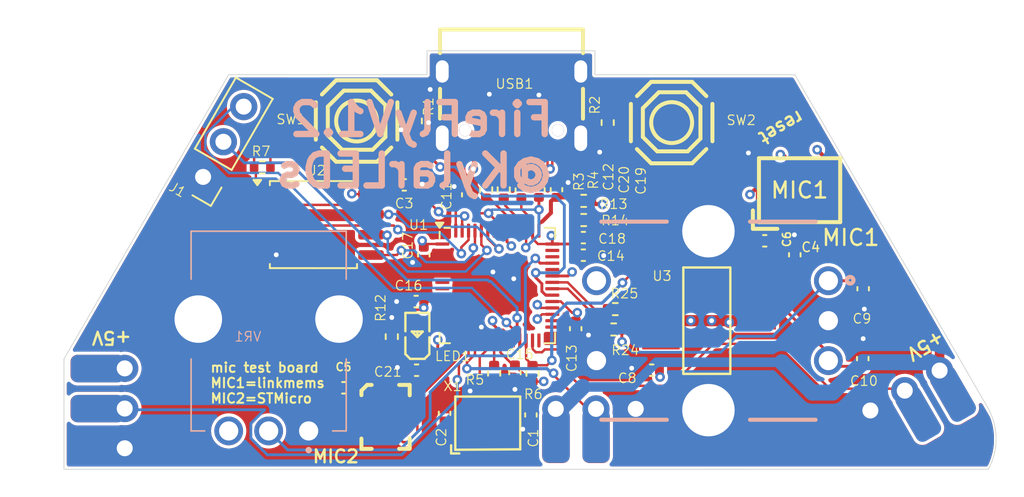
<source format=kicad_pcb>
(kicad_pcb (version 20240108) (generator "pcbnew") (generator_version "8.0")
  (layers (0 "F.Cu" signal) (1 "In1.Cu" signal) (2 "In2.Cu" signal) (31 "B.Cu" signal) (34 "B.Paste" user) (35 "F.Paste" user) (36 "B.SilkS" user "B.Silkscreen") (37 "F.SilkS" user "F.Silkscreen") (38 "B.Mask" user) (39 "F.Mask" user) (44 "Edge.Cuts" user))
  (net 0 "")
  (net 1 "BOARD_ID_0")
  (net 2 "Net-(X1-OSC2)")
  (net 6 "XIN")
  (net 7 "3V3")
  (net 8 "+5V")
  (net 9 "PDM_CLK")
  (net 10 "PDM_DATA")
  (net 12 "PDM_DATA_ST")
  (net 13 "PDM_CLK_ST")
  (net 14 "/A")
  (net 15 "/B")
  (net 16 "Net-(U1-VREG_VOUT)")
  (net 17 "SWCLK")
  (net 18 "SWDIO")
  (net 20 "LED_OUT_1")
  (net 21 "LED_OUT_2")
  (net 22 "LED_OUT_3")
  (net 23 "Net-(LED1-K)")
  (net 27 "Net-(USB1-CC2)")
  (net 28 "Net-(USB1-CC1)")
  (net 29 "Net-(U1-USB_DP)")
  (net 32 "USB_DP")
  (net 33 "USB_DM")
  (net 34 "Net-(U1-USB_DM)")
  (net 35 "XOUT")
  (net 36 "QSPI_SS")
  (net 37 "Net-(SW1-B)")
  (net 38 "ENC_A")
  (net 39 "ENC_B")
  (net 40 "BUTTON")
  (net 42 "QSPI_SD3")
  (net 43 "QSPI_SP0")
  (net 44 "QSPI_SD2")
  (net 45 "POT_ADC")
  (net 46 "QSPI_CLK")
  (net 47 "ENC_SW")
  (net 48 "QSPI_SP1")
  (net 51 "STATUS_LED")
  (net 53 "ADC_VREF")
  (net 54 "Net-(SW2-D)")
  (footprint "easyeda2kicad:SW-SMD_4P-L5.1-W5.1-P3.70-LS6.5-TL-2" (layer "F.Cu") (at 225 97.5 180)
    (property "Reference" "SW2")
    (property "Value" "TS-1187A-B-A-B")
  )
  (footprint "Resistor_SMD:R_0402_1005Metric" (layer "F.Cu") (at 199.4 100.3)
    (property "Reference" "R7")
    (property "Value" "1K")
  )
  (footprint "Package_SO:SOIC-8_5.23x5.23mm_P1.27mm" (layer "F.Cu") (at 202.6 103.885)
    (property "Reference" "U2")
    (property "Value" "W25Q32JVSS")
  )
  (footprint "Capacitor_SMD:C_0402_1005Metric" (layer "F.Cu") (at 215.6 101.72 90)
    (property "Reference" "C12")
    (property "Value" "1uF")
  )
  (footprint "Resistor_SMD:R_0402_1005Metric" (layer "F.Cu") (at 219.5 102.4 180)
    (property "Reference" "R13")
    (property "Value" "220")
  )
  (footprint "Capacitor_SMD:C_0402_1005Metric" (layer "F.Cu") (at 217.8 101.7 90)
    (property "Reference" "C19")
    (property "Value" "2.2uF")
  )
  (footprint "easyeda2kicad:LGA-6_L4.7-W3.8-P1.65_LMD4737T" (layer "F.Cu") (at 233 101.73)
    (property "Reference" "MIC1")
    (property "Value" "LMD4737T263-OY1")
  )
  (footprint "Capacitor_SMD:C_0402_1005Metric" (layer "F.Cu") (at 223.755 113 180)
    (property "Reference" "C8")
    (property "Value" "10uF")
  )
  (footprint "easyeda2kicad:LED0603-RD" (layer "F.Cu") (at 209.1 110.8 90)
    (property "Reference" "LED1")
    (property "Value" "KT-0603R")
  )
  (footprint "Resistor_SMD:R_0402_1005Metric" (layer "F.Cu") (at 219.5 103.6 180)
    (property "Reference" "R14")
    (property "Value" "0")
  )
  (footprint "Capacitor_SMD:C_0402_1005Metric" (layer "F.Cu") (at 219.48 104.7)
    (property "Reference" "C18")
    (property "Value" "100nF")
  )
  (footprint "Capacitor_SMD:C_0402_1005Metric" (layer "F.Cu") (at 208.28 101.4 180)
    (property "Reference" "C3")
    (property "Value" "10uF")
  )
  (footprint "Resistor_SMD:R_0402_1005Metric" (layer "F.Cu") (at 213.4 101.7 -90)
    (property "Reference" "R3")
    (property "Value" "22")
  )
  (footprint "easyeda2kicad:OSC-SMD_4P-L3.2-W2.5-BL" (layer "F.Cu") (at 213.5 116.3)
    (property "Reference" "X1")
    (property "Value" "X322512MSB4SI")
  )
  (footprint "Resistor_SMD:R_0402_1005Metric" (layer "F.Cu") (at 207.5 110.9 -90)
    (property "Reference" "R12")
    (property "Value" "220")
  )
  (footprint "Capacitor_SMD:C_0402_1005Metric" (layer "F.Cu") (at 215.2 113.15 -90)
    (property "Reference" "C15")
    (property "Value" "100nF")
  )
  (footprint "Resistor_SMD:R_0402_1005Metric" (layer "F.Cu") (at 213.9 113.19 90)
    (property "Reference" "R5")
    (property "Value" "1K")
  )
  (footprint "Capacitor_SMD:C_0402_1005Metric" (layer "F.Cu") (at 236.975 107.9 -90)
    (property "Reference" "C9")
    (property "Value" "0.1uF")
  )
  (footprint "mouser:ledstrip_3pin_withpins" (layer "F.Cu") (at 241.340511 117.301414 120)
    (property "Reference" "LEDS3" (hide yes))
    (property "Value" "ledstrip_3pin_10mm" (hide yes))
  )
  (footprint "Resistor_SMD:R_0402_1005Metric" (layer "F.Cu") (at 209 97.4 90)
    (property "Reference" "R1")
    (property "Value" "5.1K")
  )
  (footprint "Capacitor_SMD:C_0402_1005Metric" (layer "F.Cu") (at 216.2 115.8 90)
    (property "Reference" "C1")
    (property "Value" "15pF")
  )
  (footprint "Package_DFN_QFN:QFN-56-1EP_7x7mm_P0.4mm_EP3.2x3.2mm" (layer "F.Cu") (at 214.1 107.7)
    (property "Reference" "U1")
    (property "Value" "RP2040")
  )
  (footprint "Resistor_SMD:R_0402_1005Metric" (layer "F.Cu") (at 216.3 113.2 90)
    (property "Reference" "R6")
    (property "Value" "10K")
  )
  (footprint "Capacitor_SMD:C_0402_1005Metric" (layer "F.Cu") (at 212.25 102.02 90)
    (property "Reference" "C11")
    (property "Value" "1uF")
  )
  (footprint "Capacitor_SMD:C_0402_1005Metric" (layer "F.Cu") (at 209.02 108.7 180)
    (property "Reference" "C16")
    (property "Value" "100nF")
  )
  (footprint "easyeda2kicad:SOT-223-3_L6.5-W3.4-P2.30-LS7.0-BR" (layer "F.Cu") (at 227.3 109.9)
    (property "Reference" "U3")
    (property "Value" "AMS1117-3.3")
  )
  (footprint "Capacitor_SMD:C_0402_1005Metric" (layer "F.Cu") (at 232.7 105.775 90)
    (property "Reference" "C4")
    (property "Value" "10uF")
  )
  (footprint "Resistor_SMD:R_0402_1005Metric" (layer "F.Cu") (at 214.5 101.7 -90)
    (property "Reference" "R4")
    (property "Value" "22")
  )
  (footprint "Capacitor_SMD:C_0402_1005Metric" (layer "F.Cu") (at 219 110.4 -90)
    (property "Reference" "C13")
    (property "Value" "100nF")
  )
  (footprint "easyeda2kicad:MIC-SMD_5P-L3.0-W4.0-P0.85-BL" (layer "F.Cu") (at 207.1 115.92 -90)
    (property "Reference" "MIC2")
    (property "Value" "MP34DT05TR-A")
  )
  (footprint "Resistor_SMD:R_0402_1005Metric" (layer "F.Cu") (at 221.375 110.45)
    (property "Reference" "R24")
    (property "Value" "10k")
  )
  (footprint "Resistor_SMD:R_0402_1005Metric" (layer "F.Cu") (at 221 97.5 -90)
    (property "Reference" "R2")
    (property "Value" "5.1K")
  )
  (footprint "Capacitor_SMD:C_0402_1005Metric" (layer "F.Cu") (at 219.48 105.8)
    (property "Reference" "C14")
    (property "Value" "100nF")
  )
  (footprint "Capacitor_SMD:C_0402_1005Metric" (layer "F.Cu") (at 210.8 115.7 -90)
    (property "Reference" "C2")
    (property "Value" "15pF")
  )
  (footprint "easyeda2kicad:USB-C_SMD-TYPE-C-31-M-12" (layer "F.Cu") (at 214.9865 96.77 180)
    (property "Reference" "USB1")
    (property "Value" "USB-TYPE-C-018")
  )
  (footprint "Capacitor_SMD:C_0402_1005Metric" (layer "F.Cu") (at 230.82 104.9 180)
    (property "Reference" "C6")
    (property "Value" "100nF")
  )
  (footprint "Resistor_SMD:R_0402_1005Metric" (layer "F.Cu") (at 221.475 109.175)
    (property "Reference" "R25")
    (property "Value" "10k")
  )
  (footprint "Capacitor_SMD:C_0402_1005Metric" (layer "F.Cu") (at 204.5 114.1)
    (property "Reference" "C5")
    (property "Value" "100nF")
  )
  (footprint "Connector_PinHeader_2.54mm:PinHeader_1x03_P2.54mm_Vertical" (layer "F.Cu") (at 195.7 100.9 150)
    (property "Reference" "J1")
    (property "Value" "Conn_01x03")
  )
  (footprint "Capacitor_SMD:C_0402_1005Metric" (layer "F.Cu") (at 216.7 101.7 90)
    (property "Reference" "C20")
    (property "Value" "100nF")
  )
  (footprint "easyeda2kicad:SW-SMD_4P-L5.1-W5.1-P3.70-LS6.5-TL-2" (layer "F.Cu") (at 205.3 97.4 180)
    (property "Reference" "SW1")
    (property "Value" "TS-1187A-B-A-B")
  )
  (footprint "Capacitor_SMD:C_0402_1005Metric" (layer "F.Cu") (at 209.5 105.78 -90)
    (property "Reference" "C17")
    (property "Value" "100nF")
  )
  (footprint "Capacitor_SMD:C_0402_1005Metric" (layer "F.Cu") (at 209.05 113 180)
    (property "Reference" "C21")
    (property "Value" "100nF")
  )
  (footprint "Capacitor_SMD:C_0402_1005Metric" (layer "F.Cu") (at 236.95 112.275 -90)
    (property "Reference" "C10")
    (property "Value" "0.1uF")
  )
  (footprint "mouser:ledstrip_3pin_withpins" (layer "B.Cu") (at 220.25549 118.921351 90)
    (property "Reference" "LEDS2" (hide yes))
    (property "Value" "ledstrip_3pin_10mm" (hide yes))
  )
  (footprint "mouser:PEC12R-4XXXF-SXXXX_court" (layer "B.Cu") (at 227.3 109.9 -90)
    (property "Reference" "U7" (hide yes))
    (property "Value" "PEC12R-4215F-S0024" (hide yes))
  )
  (footprint "mouser:ledstrip_3pin_withpins" (layer "B.Cu") (at 187.3 115.385)
    (property "Reference" "LEDS1" (hide yes))
    (property "Value" "ledstrip_3pin_10mm" (hide yes))
  )
  (footprint "mouser:PTV09A4020FB103" (layer "B.Cu") (at 199.8 111.2 180)
    (property "Reference" "VR1")
    (property "Value" "PTV09A-4020F-B104" (hide yes))
  )
  (gr_line (start 187 112.3) (end 197.3 94.5) (stroke (width 0.05)) (layer "Edge.Cuts"))
  (gr_arc (start 244.8 115.4) (mid 245.288097 117.300175) (end 244.801193 119.200655) (stroke (width 0.05)) (layer "Edge.Cuts"))
  (gr_line (start 187 119.201414) (end 187 112.3) (stroke (width 0.05)) (layer "Edge.Cuts"))
  (gr_line (start 244.801193 119.200655) (end 187 119.201414) (stroke (width 0.05)) (layer "Edge.Cuts"))
  (gr_line (start 220.2 93) (end 220.2 94.5) (stroke (width 0.05)) (layer "Edge.Cuts"))
  (gr_line (start 232.7 94.5) (end 244.8 115.4) (stroke (width 0.05)) (layer "Edge.Cuts"))
  (gr_line (start 209.7 93) (end 220.2 93) (stroke (width 0.05)) (layer "Edge.Cuts"))
  (gr_line (start 197.3 94.5) (end 209.7 94.5) (stroke (width 0.05)) (layer "Edge.Cuts"))
  (gr_line (start 209.7 94.5) (end 209.7 93) (stroke (width 0.05)) (layer "Edge.Cuts"))
  (gr_line (start 220.2 94.5) (end 232.7 94.5) (stroke (width 0.05)) (layer "Edge.Cuts"))
  (gr_text "FireFlyV1.2\n@KylarLEDs" (at 217.8 101.7 0) (layer "B.SilkS") (effects (font (size 2 2) (thickness 0.4) (bold yes)) (justify left bottom mirror)))
  (gr_text "MIC1" (at 236.2 104.7 0) (layer "F.SilkS") (effects (font (size 1 1))))
  (gr_text "reset" (at 233 96.6 210) (layer "F.SilkS") (effects (font (size 0.8 0.8) (thickness 0.15) (bold yes)) (justify left bottom)))
  (gr_text "mic test board\nMIC1=linkmems\nMIC2=STMicro" (at 196.1 113.8 0) (layer "F.SilkS") (effects (font (size 0.6 0.6) (thickness 0.12) (bold yes)) (justify left)))
  (gr_text "+5V" (at 241.8 110.4 -150) (layer "F.SilkS") (effects (font (size 0.8 0.8) (thickness 0.15) (bold yes)) (justify left bottom)))
  (gr_text "+5V" (at 191.3 110.5 180) (layer "F.SilkS") (effects (font (size 0.8 0.8) (thickness 0.15) (bold yes)) (justify left bottom)))
  (segment (start 207.085 115.92) (end 206.68 116.325) (width 0.1524) (layer "F.Cu") (net 1))
  (segment (start 206.14 117.64) (end 205.9 117.4) (width 0.1524) (layer "F.Cu") (net 1))
  (segment (start 219.96 104.8) (end 219.96 105.8) (width 0.254) (layer "F.Cu") (net 1))
  (segment (start 223.275 113) (end 222.625 113) (width 0.254) (layer "F.Cu") (net 1))
  (segment (start 220.1865 99.35) (end 219.3165 98.48) (width 0.1524) (layer "F.Cu") (net 1))
  (segment (start 233 104.2) (end 233 102.9) (width 0.1524) (layer "F.Cu") (net 1))
  (segment (start 212.2 115.22) (end 212.4 115.42) (width 0.1524) (layer "F.Cu") (net 1))
  (segment (start 215.2 113.66) (end 215.2 114.2) (width 0.1524) (layer "F.Cu") (net 1))
  (segment (start 215.6 101.24) (end 216.68 101.24) (width 0.254) (layer "F.Cu") (net 1))
  (segment (start 214.67 117.18) (end 215.2 117.18) (width 0.1524) (layer "F.Cu") (net 1))
  (segment (start 231.35 102.9) (end 233 102.9) (width 0.1524) (layer "F.Cu") (net 1))
  (segment (start 229.75 99.35) (end 229.8 99.4) (width 0.1524) (layer "F.Cu") (net 1))
  (segment (start 212.47 115.42) (end 212.47 114.37) (width 0.1524) (layer "F.Cu") (net 1))
  (segment (start 204.02 114.42) (end 204.5 114.9) (width 0.1524) (layer "F.Cu") (net 1))
  (segment (start 220.9 98.01) (end 219.7865 98.01) (width 0.1524) (layer "F.Cu") (net 1))
  (segment (start 236.975 108.38) (end 236.975 109.1) (width 0.1778) (layer "F.Cu") (net 1))
  (segment (start 205.9 117.4) (end 205.9 117.2) (width 0.1524) (layer "F.Cu") (net 1))
  (segment (start 211.9365 99.24) (end 211.4165 99.24) (width 0.1524) (layer "F.Cu") (net 1))
  (segment (start 212.25 101.54) (end 211.44 101.54) (width 0.1524) (layer "F.Cu") (net 1))
  (segment (start 207.1 113.575) (end 207.85 112.825) (width 0.1524) (layer "F.Cu") (net 1))
  (segment (start 236.95 111.795) (end 236.95 111.05) (width 0.1778) (layer "F.Cu") (net 1))
  (segment (start 237 111.795) (end 236.695 111.795) (width 0.1778) (layer "F.Cu") (net 1))
  (segment (start 208.54 108.7) (end 207.8 108.7) (width 0.1524) (layer "F.Cu") (net 1))
  (segment (start 236.95 111.05) (end 236.975 111.025) (width 0.1778) (layer "F.Cu") (net 1))
  (segment (start 231.3 104.9) (end 231.3 102.95) (width 0.1524) (layer "F.Cu") (net 1))
  (segment (start 205.87 115.92) (end 203.18 115.92) (width 0.1524) (layer "F.Cu") (net 1))
  (segment (start 210.6625 106.7) (end 210.6625 107.1) (width 0.1524) (layer "F.Cu") (net 1))
  (segment (start 200.26 105.79) (end 200.275 105.775) (width 0.1524) (layer "F.Cu") (net 1))
  (segment (start 218.5565 99.24) (end 219.3165 98.48) (width 0.1778) (layer "F.Cu") (net 1))
  (segment (start 210.8 115.22) (end 212.2 115.22) (width 0.1524) (layer "F.Cu") (net 1))
  (segment (start 220.5 99.35) (end 220.1865 99.35) (width 0.1524) (layer "F.Cu") (net 1))
  (segment (start 210.6625 106.3) (end 209.54 106.3) (width 0.1524) (layer "F.Cu") (net 1))
  (segment (start 209.54 106.3) (end 209.5 106.26) (width 0.1524) (layer "F.Cu") (net 1))
  (segment (start 207.1 114.2) (end 207.1 113.575) (width 0.1524) (layer "F.Cu") (net 1))
  (segment (start 236.975 109.1) (end 237.05 109.175) (width 0.1778) (layer "F.Cu") (net 1))
  (segment (start 227.3 115.5) (end 227.3 115.17) (width 0.7) (layer "F.Cu") (net 1))
  (segment (start 210.6625 105.5) (end 210.6625 106.7) (width 0.1524) (layer "F.Cu") (net 1))
  (segment (start 218.525 101.25) (end 217.73 101.25) (width 0.254) (layer "F.Cu") (net 1))
  (segment (start 208.33 115.92) (end 207.085 115.92) (width 0.1524) (layer "F.Cu") (net 1))
  (segment (start 219.96 105.8) (end 220.725 105.8) (width 0.254) (layer "F.Cu") (net 1))
  (segment (start 209.5 106.26) (end 208.81 106.26) (width 0.1524) (layer "F.Cu") (net 1))
  (segment (start 209.775 95.55) (end 209.9 95.425) (width 0.1778) (layer "F.Cu") (net 1))
  (segment (start 204.02 114.1) (end 204.02 114.42) (width 0.1524) (layer "F.Cu") (net 1))
  (segment (start 232.675 104.525) (end 233 104.2) (width 0.1524) (layer "F.Cu") (net 1))
  (segment (start 210.6625 105.9) (end 210.6625 105.5) (width 0.1524) (layer "F.Cu") (net 1))
  (segment (start 213.1 111.1375) (end 213.1 110.3) (width 0.1524) (layer "F.Cu") (net 1))
  (segment (start 219 110.88) (end 219.72 110.88) (width 0.2) (layer "F.Cu") (net 1))
  (segment (start 199 105.79) (end 200.26 105.79) (width 0.1524) (layer "F.Cu") (net 1))
  (segment (start 231.3 102.95) (end 231.35 102.9) (width 0.1524) (layer "F.Cu") (net 1))
  (segment (start 227.196351 115.396351) (end 227.3 115.5) (width 0.7) (layer "F.Cu") (net 1))
  (segment (start 203.18 115.92) (end 202.3 116.8) (width 0.1524) (layer "F.Cu") (net 1))
  (segment (start 205.9 117.2) (end 205.87 117.17) (width 0.1524) (layer "F.Cu") (net 1))
  (segment (start 211.44 101.54) (end 211.4 101.5) (width 0.1524) (layer "F.Cu") (net 1))
  (segment (start 215.2 117.18) (end 216.1 116.28) (width 0.1524) (layer "F.Cu") (net 1))
  (segment (start 207.5 109.7) (end 207.5 110.39) (width 0.1778) (layer "F.Cu") (net 1))
  (segment (start 207.85 112.825) (end 208.125 113.1) (width 0.1778) (layer "F.Cu") (net 1))
  (segment (start 232.675 104.525) (end 232.7 104.55) (width 0.1524) (layer "F.Cu") (net 1))
  (segment (start 233 102.9) (end 234.65 102.9) (width 0.1524) (layer "F.Cu") (net 1))
  (segment (start 222.625 113) (end 222.5 112.875) (width 0.254) (layer "F.Cu") (net 1))
  (segment (start 208.115 97.91) (end 208.075 97.95) (width 0.1524) (layer "F.Cu") (net 1))
  (segment (start 209 97.91) (end 208.115 97.91) (width 0.1524) (layer "F.Cu") (net 1))
  (segment (start 216.68 101.24) (end 216.7 101.22) (width 0.254) (layer "F.Cu") (net 1))
  (segment (start 204.5 114.9) (end 205.9 114.9) (width 0.1524) (layer "F.Cu") (net 1))
  (segment (start 209 97.91) (end 210.0865 97.91) (width 0.1524) (layer "F.Cu") (net 1))
  (segment (start 206.68 117.22) (end 207.1 117.64) (width 0.1524) (layer "F.Cu") (net 1))
  (segment (start 210.6625 106.3) (end 210.6625 105.9) (width 0.1524) (layer "F.Cu") (net 1))
  (segment (start 206.68 116.6) (end 206.68 117.22) (width 0.1524) (layer "F.Cu") (net 1))
  (segment (start 232.7 104.55) (end 232.7 105.295) (width 0.1524) (layer "F.Cu") (net 1))
  (segment (start 228.02 99.63) (end 228.3 99.35) (width 0.1524) (layer "F.Cu") (net 1))
  (segment (start 211.6365 99.24) (end 211.4165 99.24) (width 0.1778) (layer "F.Cu") (net 1))
  (segment (start 227.3 115.17) (end 230.27 112.2) (width 0.7) (layer "F.Cu") (net 1))
  (segment (start 228.3 99.35) (end 229.75 99.35) (width 0.1524) (layer "F.Cu") (net 1))
  (segment (start 208.125 113.1) (end 208.57 113.1) (width 0.1778) (layer "F.Cu") (net 1))
  (segment (start 206.68 116.325) (end 206.68 116.6) (width 0.1524) (layer "F.Cu") (net 1))
  (segment (start 210.0865 97.91) (end 210.6565 98.48) (width 0.1524) (layer "F.Cu") (net 1))
  (segment (start 207.1 117.64) (end 206.14 117.64) (width 0.1524) (layer "F.Cu") (net 1))
  (segment (start 208.76 101.4) (end 209.35 101.4) (width 0.1524) (layer "F.Cu") (net 1))
  (segment (start 212.47 114.37) (end 212.4 114.3) (width 0.1524) (layer "F.Cu") (net 1))
  (segment (start 223.0875 115.396351) (end 227.196351 115.396351) (width 0.7) (layer "F.Cu") (net 1))
  (segment (start 205.87 117.17) (end 205.87 115.92) (width 0.1524) (layer "F.Cu") (net 1))
  (segment (start 209.35 101.4) (end 209.4 101.35) (width 0.1524) (layer "F.Cu") (net 1))
  (segment (start 208.81 106.26) (end 208.8 106.25) (width 0.1524) (layer "F.Cu") (net 1))
  (segment (start 217.73 101.25) (end 217.7 101.22) (width 0.254) (layer "F.Cu") (net 1))
  (segment (start 208.6 95.55) (end 209.775 95.55) (width 0.1778) (layer "F.Cu") (net 1))
  (segment (start 220.725 105.8) (end 220.75 105.825) (width 0.254) (layer "F.Cu") (net 1))
  (segment (start 219.7865 98.01) (end 219.3165 98.48) (width 0.1524) (layer "F.Cu") (net 1))
  (segment (start 211.4165 99.24) (end 210.6565 98.48) (width 0.1778) (layer "F.Cu") (net 1))
  (segment (start 221.7 99.35) (end 220.5 99.35) (width 0.1778) (layer "F.Cu") (net 1))
  (segment (start 216.7 101.22) (end 217.7 101.22) (width 0.254) (layer "F.Cu") (net 1))
  (segment (start 218.3365 99.24) (end 218.5565 99.24) (width 0.1778) (layer "F.Cu") (net 1))
  (via (at 208.8 106.25) (size 0.6) (drill 0.3) (layers "F.Cu" "B.Cu") (net 1))
  (via (at 207.8 108.7) (size 0.6) (drill 0.3) (layers "F.Cu" "B.Cu") (net 1))
  (via (at 237.05 109.175) (size 0.6) (drill 0.3) (layers "F.Cu" "B.Cu") (net 1))
  (via (at 220.5 99.35) (size 0.6) (drill 0.3) (layers "F.Cu" "B.Cu") (net 1))
  (via (at 211.4 101.5) (size 0.6) (drill 0.3) (layers "F.Cu" "B.Cu") (net 1))
  (via (at 209.8 97.5) (size 0.6) (drill 0.3) (layers "F.Cu" "B.Cu") (net 1))
  (via (at 222.5 112.875) (size 0.6) (drill 0.3) (layers "F.Cu" "B.Cu") (net 1))
  (via (at 208.075 97.95) (size 0.6) (drill 0.3) (layers "F.Cu" "B.Cu") (net 1))
  (via (at 216.7 95.775) (size 0.6) (drill 0.3) (layers "F.Cu" "B.Cu") (net 1))
  (via (at 236.975 111.025) (size 0.6) (drill 0.3) (layers "F.Cu" "B.Cu") (net 1))
  (via (at 232.675 104.525) (size 0.6) (drill 0.3) (layers "F.Cu" "B.Cu") (net 1))
  (via (at 215.69 116.69) (size 0.6) (drill 0.3) (layers "F.Cu" "B.Cu") (net 1))
  (via (at 213.6 95.725) (size 0.6) (drill 0.3) (layers "F.Cu" "B.Cu") (net 1))
  (via (at 213.825 106.85) (size 0.6) (drill 0.3) (layers "F.Cu" "B.Cu") (net 1))
  (via (at 219.8 110.8) (size 0.6) (drill 0.3) (layers "F.Cu" "B.Cu") (net 1))
  (via (at 200.275 105.775) (size 0.6) (drill 0.3) (layers "F.Cu" "B.Cu") (net 1))
  (via (at 209.9 95.425) (size 0.6) (drill 0.3) (layers "F.Cu" "B.Cu") (net 1))
  (via (at 215.2 114.2) (size 0.6) (drill 0.3) (layers "F.Cu" "B.Cu") (net 1))
  (via (at 207.5 109.7) (size 0.6) (drill 0.3) (layers "F.Cu" "B.Cu") (net 1))
  (via (at 207.85 112.825) (size 0.6) (drill 0.3) (layers "F.Cu" "B.Cu") (net 1))
  (via (at 213.1 110.3) (size 0.6) (drill 0.3) (layers "F.Cu" "B.Cu") (net 1))
  (via (at 220.75 105.825) (size 0.6) (drill 0.3) (layers "F.Cu" "B.Cu") (net 1))
  (via (at 209.4 101.35) (size 0.6) (drill 0.3) (layers "F.Cu" "B.Cu") (net 1))
  (via (at 229.8 99.4) (size 0.6) (drill 0.3) (layers "F.Cu" "B.Cu") (net 1))
  (via (at 212.4 114.3) (size 0.6) (drill 0.3) (layers "F.Cu" "B.Cu") (net 1))
  (via (at 215.125 107.275) (size 0.6) (drill 0.3) (layers "F.Cu" "B.Cu") (net 1))
  (via (at 218.525 101.25) (size 0.6) (drill 0.3) (layers "F.Cu" "B.Cu") (net 1))
  (segment (start 219.72 110.88) (end 219.8 110.8) (width 0.2) (layer "B.Cu") (net 1))
  (segment (start 213.9 113.7) (end 213.9 114.65) (width 0.1524) (layer "F.Cu") (net 2))
  (segment (start 216 115.42) (end 216.1 115.32) (width 0.1524) (layer "F.Cu") (net 2))
  (segment (start 213.9 114.65) (end 214.67 115.42) (width 0.1524) (layer "F.Cu") (net 2))
  (segment (start 214.67 115.42) (end 216 115.42) (width 0.1524) (layer "F.Cu") (net 2))
  (segment (start 213.47 116.18) (end 213.47 114.27) (width 0.1524) (layer "F.Cu") (net 6))
  (segment (start 211 116.28) (end 211.57 116.28) (width 0.1524) (layer "F.Cu") (net 6))
  (segment (start 213.5 111.67136) (end 213.5 111.1375) (width 0.1524) (layer "F.Cu") (net 6))
  (segment (start 213.47 114.27) (end 213 113.8) (width 0.1524) (layer "F.Cu") (net 6))
  (segment (start 211.57 116.28) (end 212.47 117.18) (width 0.1524) (layer "F.Cu") (net 6))
  (segment (start 212.47 117.18) (end 213.47 116.18) (width 0.1524) (layer "F.Cu") (net 6))
  (segment (start 213 112.17136) (end 213.5 111.67136) (width 0.1524) (layer "F.Cu") (net 6))
  (segment (start 213 113.8) (end 213 112.17136) (width 0.1524) (layer "F.Cu") (net 6))
  (segment (start 209.7 105.1) (end 209.5 105.3) (width 0.1524) (layer "F.Cu") (net 7))
  (segment (start 228.5 109.9) (end 228.6 110) (width 0.7) (layer "F.Cu") (net 7))
  (segment (start 206.68 115.24) (end 206.68 115.08) (width 0.1524) (layer "F.Cu") (net 7))
  (segment (start 205.03 101.98) (end 205 101.95) (width 0.1524) (layer "F.Cu") (net 7))
  (segment (start 214.7 104.2625) (end 214.3 104.2625) (width 0.1778) (layer "F.Cu") (net 7))
  (segment (start 209.5 105.3) (end 209.5 105) (width 0.1524) (layer "F.Cu") (net 7))
  (segment (start 209.5 105) (end 209.4 104.9) (width 0.1524) (layer "F.Cu") (net 7))
  (segment (start 218.7 105.1) (end 219 104.8) (width 0.1778) (layer "F.Cu") (net 7))
  (segment (start 207.708433 109.1968) (end 207.724833 109.2132) (width 0.1524) (layer "F.Cu") (net 7))
  (segment (start 216.3 113.71) (end 216.99 113.71) (width 0.1524) (layer "F.Cu") (net 7))
  (segment (start 231.35 100.56) (end 231.34 100.56) (width 0.254) (layer "F.Cu") (net 7))
  (segment (start 216.3 113.71) (end 216.21 113.71) (width 0.1524) (layer "F.Cu") (net 7))
  (segment (start 204.98 114.1) (end 205.7 114.1) (width 0.1524) (layer "F.Cu") (net 7))
  (segment (start 205.7 114.1) (end 206.2468 114.6468) (width 0.1524) (layer "F.Cu") (net 7))
  (segment (start 210.6625 105.1) (end 209.7 105.1) (width 0.1524) (layer "F.Cu") (net 7))
  (segment (start 206.7 109.788367) (end 207.291567 109.1968) (width 0.1524) (layer "F.Cu") (net 7))
  (segment (start 219 104.72) (end 220.02 103.7) (width 0.254) (layer "F.Cu") (net 7))
  (segment (start 217.5375 105.1) (end 218.7 105.1) (width 0.1778) (layer "F.Cu") (net 7))
  (segment (start 216.637296 105.1) (end 217.5375 105.1) (width 0.1524) (layer "F.Cu") (net 7))
  (segment (start 231.01 100.9) (end 231.35 100.56) (width 0.1524) (layer "F.Cu") (net 7))
  (segment (start 220.65 102.6) (end 220.675 102.625) (width 0.254) (layer "F.Cu") (net 7))
  (segment (start 218.77136 109.4) (end 218.07136 108.7) (width 0.1524) (layer "F.Cu") (net 7))
  (segment (start 224.235 113.385) (end 224.235 113) (width 0.254) (layer "F.Cu") (net 7))
  (segment (start 216.21 113.71) (end 215.2 112.7) (width 0.1524) (layer "F.Cu") (net 7))
  (segment (start 218.07136 108.7) (end 217.5375 108.7) (width 0.1524) (layer "F.Cu") (net 7))
  (segment (start 228.6 110) (end 228.7 109.9) (width 0.7) (layer "F.Cu") (net 7))
  (segment (start 206.2 101.98) (end 205.03 101.98) (width 0.1524) (layer "F.Cu") (net 7))
  (segment (start 207.291567 109.1968) (end 207.708433 109.1968) (width 0.1524) (layer "F.Cu") (net 7))
  (segment (start 219.1 109.4) (end 218.77136 109.4) (width 0.1524) (layer "F.Cu") (net 7))
  (segment (start 220.02 103.7) (end 220.02 102.61) (width 0.254) (layer "F.Cu") (net 7))
  (segment (start 220.02 102.61) (end 220.01 102.6) (width 0.254) (layer "F.Cu") (net 7))
  (segment (start 228.7 109.9) (end 230.27 109.9) (width 0.7) (layer "F.Cu") (net 7))
  (segment (start 217.5375 105.1) (end 217.5375 104.6375) (width 0.1778) (layer "F.Cu") (net 7))
  (segment (start 210.6625 108.7) (end 209.5 108.7) (width 0.1524) (layer "F.Cu") (net 7))
  (segment (start 220.01 102.6) (end 220.65 102.6) (width 0.254) (layer "F.Cu") (net 7))
  (segment (start 216.3 103.6) (end 215.6 102.9) (width 0.1524) (layer "F.Cu") (net 7))
  (segment (start 207.8 101.4) (end 206.78 101.4) (width 0.1524) (layer "F.Cu") (net 7))
  (segment (start 216.3 104.762704) (end 216.637296 105.1) (width 0.1524) (layer "F.Cu") (net 7))
  (segment (start 216.3 104.2625) (end 216.3 103.6) (width 0.1524) (layer "F.Cu") (net 7))
  (segment (start 206.78 101.4) (end 206.2 101.98) (width 0.1524) (layer "F.Cu") (net 7))
  (segment (start 215.6 102.9) (end 215.6 102.38) (width 0.1524) (layer "F.Cu") (net 7))
  (segment (start 214.3 111.9) (end 215.1 112.7) (width 0.1524) (layer "F.Cu") (net 7))
  (segment (start 219 105.8) (end 219 104.8) (width 0.254) (layer "F.Cu") (net 7))
  (segment (start 216.3 104.2625) (end 216.3 104.762704) (width 0.1524) (layer "F.Cu") (net 7))
  (segment (start 206.68 115.08) (end 206.2468 114.6468) (width 0.1524) (layer "F.Cu") (net 7))
  (segment (start 214.3 111.1375) (end 214.3 111.9) (width 0.1524) (layer "F.Cu") (net 7))
  (segment (start 227.5 109.9) (end 226.2 109.9) (width 0.7) (layer "F.Cu") (net 7))
  (segment (start 217.5375 104.6375) (end 217.475 104.575) (width 0.1778) (layer "F.Cu") (net 7))
  (segment (start 214.7 104.95) (end 214.975 105.225) (width 0.1778) (layer "F.Cu") (net 7))
  (segment (start 230.34 104.9) (end 230.34 101.56) (width 0.1524) (layer "F.Cu") (net 7))
  (segment (start 209.3868 109.2132) (end 209.5 109.1) (width 0.1524) (layer "F.Cu") (net 7))
  (segment (start 230.34 101.56) (end 230.8 101.1) (width 0.1524) (layer "F.Cu") (net 7))
  (segment (start 230.8 101.1) (end 229.9 102) (width 0.254) (layer "F.Cu") (net 7))
  (segment (start 219 104.8) (end 219 104.72) (width 0.254) (layer "F.Cu") (net 7))
  (segment (start 227.5 109.9) (end 228.5 109.9) (width 0.7) (layer "F.Cu") (net 7))
  (segment (start 209.5 108.7) (end 209.5 109.1) (width 0.1524) (layer "F.Cu") (net 7))
  (segment (start 206.7 111.3) (end 206.7 109.788367) (width 0.1524) (layer "F.Cu") (net 7))
  (segment (start 224.275 113.425) (end 224.235 113.385) (width 0.254) (layer "F.Cu") (net 7))
  (segment (start 224.33 109.9) (end 226.2 109.9) (width 0.7) (layer "F.Cu") (net 7))
  (segment (start 215.1 112.7) (end 215.2 112.7) (width 0.1524) (layer "F.Cu") (net 7))
  (segment (start 206.2468 114.6468) (end 206.2468 111.7532) (width 0.1524) (layer "F.Cu") (net 7))
  (segment (start 207.724833 109.2132) (end 209.3868 109.2132) (width 0.1524) (layer "F.Cu") (net 7))
  (segment (start 216.99 113.71) (end 217 113.7) (width 0.1524) (layer "F.Cu") (net 7))
  (segment (start 206.2468 111.7532) (end 206.7 111.3) (width 0.1524) (layer "F.Cu") (net 7))
  (segment (start 214.7 104.2625) (end 214.7 104.95) (width 0.1778) (layer "F.Cu") (net 7))
  (segment (start 231.34 100.56) (end 230.8 101.1) (width 0.254) (layer "F.Cu") (net 7))
  (via (at 228.6 110) (size 0.6) (drill 0.3) (layers "F.Cu" "B.Cu") (net 7))
  (via (at 217.475 104.575) (size 0.6) (drill 0.3) (layers "F.Cu" "B.Cu") (net 7))
  (via (at 217 113.7) (size 0.6) (drill 0.3) (layers "F.Cu" "B.Cu") (net 7))
  (via (at 226.2 109.9) (size 0.6) (drill 0.3) (layers "F.Cu" "B.Cu") (net 7))
  (via (at 209.5 109.1) (size 0.6) (drill 0.3) (layers "F.Cu" "B.Cu") (net 7))
  (via (at 229.9 102) (size 0.6) (drill 0.3) (layers "F.Cu" "B.Cu") (net 7))
  (via (at 214.975 105.225) (size 0.6) (drill 0.3) (layers "F.Cu" "B.Cu") (net 7))
  (via (at 205 101.95) (size 0.6) (drill 0.3) (layers "F.Cu" "B.Cu") (net 7))
  (via (at 219.1 109.4) (size 0.6) (drill 0.3) (layers "F.Cu" "B.Cu") (net 7))
  (via (at 224.275 113.425) (size 0.6) (drill 0.3) (layers "F.Cu" "B.Cu") (net 7))
  (via (at 227.5 109.9) (size 0.6) (drill 0.3) (layers "F.Cu" "B.Cu") (net 7))
  (via (at 209.4 104.9) (size 0.6) (drill 0.3) (layers "F.Cu" "B.Cu") (net 7))
  (via (at 220.675 102.625) (size 0.6) (drill 0.3) (layers "F.Cu" "B.Cu") (net 7))
  (segment (start 217.5365 100.2635) (end 217.4 100.4) (width 0.1524) (layer "F.Cu") (net 8))
  (segment (start 212.6 99.4035) (end 212.4365 99.24) (width 0.1524) (layer "F.Cu") (net 8))
  (segment (start 232.475 107.6) (end 230.27 107.6) (width 0.6) (layer "F.Cu") (net 8))
  (segment (start 217.5365 99.24) (end 217.5365 100.2635) (width 0.1524) (layer "F.Cu") (net 8))
  (segment (start 234.220101 106) (end 232.882601 107.3375) (width 0.6) (layer "F.Cu") (net 8))
  (segment (start 232.7375 107.3375) (end 232.475 107.6) (width 0.6) (layer "F.Cu") (net 8))
  (segment (start 217.2365 100.2365) (end 217.2365 99.24) (width 0.1524) (layer "F.Cu") (net 8))
  (segment (start 212.6 100.4) (end 212.6 99.4035) (width 0.1524) (layer "F.Cu") (net 8))
  (segment (start 217.4 100.4) (end 217.2365 100.2365) (width 0.1524) (layer "F.Cu") (net 8))
  (segment (start 236.773976 106) (end 234.220101 106) (width 0.6) (layer "F.Cu") (net 8))
  (segment (start 232.882601 107.3375) (end 232.7375 107.3375) (width 0.6) (layer "F.Cu") (net 8))
  (segment (start 241.755574 111.555574) (end 237.785 107.585) (width 0.6) (layer "F.Cu") (net 8))
  (segment (start 237.785 107.011024) (end 236.773976 106) (width 0.6) (layer "F.Cu") (net 8))
  (segment (start 237.785 107.585) (end 237.785 107.011024) (width 0.6) (layer "F.Cu") (net 8))
  (segment (start 232.7375 107.3375) (end 232.7 107.3) (width 0.6) (layer "F.Cu") (net 8))
  (segment (start 232.7 107.3) (end 232.7 106.255) (width 0.6) (layer "F.Cu") (net 8))
  (segment (start 241.755574 113.020325) (end 241.755574 111.555574) (width 0.6) (layer "F.Cu") (net 8))
  (via (at 217.4 100.4) (size 0.6) (drill 0.3) (layers "F.Cu" "B.Cu") (net 8))
  (via (at 212.6 100.4) (size 0.6) (drill 0.3) (layers "F.Cu" "B.Cu") (net 8))
  (segment (start 223.95 112.6) (end 222.503649 114.046351) (width 0.6) (layer "B.Cu") (net 8))
  (segment (start 219.4375 114.046351) (end 218.0875 115.396351) (width 1) (layer "B.Cu") (net 8))
  (segment (start 236.962742 112.5) (end 235.062742 114.4) (width 1) (layer "B.Cu") (net 8))
  (segment (start 241.235249 112.5) (end 236.962742 112.5) (width 1) (layer "B.Cu") (net 8))
  (segment (start 235.062742 114.4) (end 233.8 114.4) (width 1) (layer "B.Cu") (net 8))
  (segment (start 224.05 112.5) (end 223.95 112.6) (width 0.6) (layer "B.Cu") (net 8))
  (segment (start 233.8 114.4) (end 231.9 112.5) (width 1) (layer "B.Cu") (net 8))
  (segment (start 222.503649 114.046351) (end 219.4375 114.046351) (width 0.6) (layer "B.Cu") (net 8))
  (segment (start 241.755574 113.020325) (end 241.235249 112.5) (width 1) (layer "B.Cu") (net 8))
  (segment (start 231.9 112.5) (end 224.05 112.5) (width 0.6) (layer "B.Cu") (net 8))
  (segment (start 217.5375 109.1) (end 216.8 109.1) (width 0.1524) (layer "F.Cu") (net 9))
  (segment (start 234.65 99.75) (end 234.1 99.2) (width 0.254) (layer "F.Cu") (net 9))
  (segment (start 234.65 100.56) (end 234.65 99.75) (width 0.254) (layer "F.Cu") (net 9))
  (segment (start 216.8 109.1) (end 216.6 108.9) (width 0.1524) (layer "F.Cu") (net 9))
  (via (at 234.1 99.2) (size 0.6) (drill 0.3) (layers "F.Cu" "B.Cu") (net 9))
  (via (at 216.6 108.9) (size 0.6) (drill 0.3) (layers "F.Cu" "B.Cu") (net 9))
  (segment (start 231.94 99.5) (end 233 100.56) (width 0.254) (layer "F.Cu") (net 10))
  (segment (start 231.8 99.5) (end 231.94 99.5) (width 0.254) (layer "F.Cu") (net 10))
  (segment (start 216.9 109.5) (end 216.6 109.8) (width 0.1524) (layer "F.Cu") (net 10))
  (segment (start 217.5375 109.5) (end 216.9 109.5) (width 0.1524) (layer "F.Cu") (net 10))
  (via (at 216.6 109.8) (size 0.6) (drill 0.3) (layers "F.Cu" "B.Cu") (net 10))
  (via (at 231.8 99.5) (size 0.6) (drill 0.3) (layers "F.Cu" "B.Cu") (net 10))
  (segment (start 211.5 111.1375) (end 211.5 111.829238) (width 0.1524) (layer "F.Cu") (net 12))
  (segment (start 207.52 115.08) (end 207.52 115.24) (width 0.1524) (layer "F.Cu") (net 12))
  (segment (start 211.5 111.829238) (end 208.762438 114.5668) (width 0.1524) (layer "F.Cu") (net 12))
  (segment (start 208.0332 114.5668) (end 207.52 115.08) (width 0.1524) (layer "F.Cu") (net 12))
  (segment (start 208.762438 114.5668) (end 208.0332 114.5668) (width 0.1524) (layer "F.Cu") (net 12))
  (segment (start 209.1 116.8814) (end 208.4814 117.5) (width 0.1524) (layer "F.Cu") (net 13))
  (segment (start 211.9 111.1375) (end 211.9 112.018648) (width 0.1524) (layer "F.Cu") (net 13))
  (segment (start 207.52 116.82) (end 207.52 116.6) (width 0.1524) (layer "F.Cu") (net 13))
  (segment (start 208.4814 117.5) (end 208.2 117.5) (width 0.1524) (layer "F.Cu") (net 13))
  (segment (start 209.1 114.818648) (end 209.1 116.8814) (width 0.1524) (layer "F.Cu") (net 13))
  (segment (start 208.2 117.5) (end 207.52 116.82) (width 0.1524) (layer "F.Cu") (net 13))
  (segment (start 211.9 112.018648) (end 209.1 114.818648) (width 0.1524) (layer "F.Cu") (net 13))
  (segment (start 237.03 107.4) (end 234.8 107.4) (width 0.1778) (layer "F.Cu") (net 14))
  (segment (start 221.885 110.45) (end 221.885 111.21) (width 0.1778) (layer "F.Cu") (net 14))
  (segment (start 221.885 111.21) (end 221.9 111.225) (width 0.1778) (layer "F.Cu") (net 14))
  (via (at 221.9 111.225) (size 0.6) (drill 0.3) (layers "F.Cu" "B.Cu") (net 14))
  (segment (start 231.375 110.875) (end 231.375 110.825) (width 0.1778) (layer "B.Cu") (net 14))
  (segment (start 228.075 111.875) (end 229.075 110.875) (width 0.1778) (layer "B.Cu") (net 14))
  (segment (start 222.55 111.875) (end 228.075 111.875) (width 0.1778) (layer "B.Cu") (net 14))
  (segment (start 221.9 111.225) (end 222.55 111.875) (width 0.1778) (layer "B.Cu") (net 14))
  (segment (start 231.375 110.825) (end 234.8 107.4) (width 0.1778) (layer "B.Cu") (net 14))
  (segment (start 229.075 110.875) (end 231.375 110.875) (width 0.1778) (layer "B.Cu") (net 14))
  (segment (start 229.4 109.025) (end 231.9 109.025) (width 0.1778) (layer "F.Cu") (net 15))
  (segment (start 221.985 109.175) (end 221.985 108.6972) (width 0.1778) (layer "F.Cu") (net 15))
  (segment (start 228.1861 107.8111) (end 229.4 109.025) (width 0.1778) (layer "F.Cu") (net 15))
  (segment (start 235.155 112.755) (end 234.8 112.4) (width 0.1778) (layer "F.Cu") (net 15))
  (segment (start 234.8 111.925) (end 234.8 112.4) (width 0.1778) (layer "F.Cu") (net 15))
  (segment (start 222.8711 107.8111) (end 228.1861 107.8111) (width 0.1778) (layer "F.Cu") (net 15))
  (segment (start 237 112.755) (end 235.155 112.755) (width 0.1778) (layer "F.Cu") (net 15))
  (segment (start 231.9 109.025) (end 234.8 111.925) (width 0.1778) (layer "F.Cu") (net 15))
  (segment (start 221.985 108.6972) (end 222.8711 107.8111) (width 0.1778) (layer "F.Cu") (net 15))
  (segment (start 212.25 102.5) (end 212.925 103.175) (width 0.1524) (layer "F.Cu") (net 16))
  (segment (start 213.9 103.525) (end 213.55 103.175) (width 0.1524) (layer "F.Cu") (net 16))
  (segment (start 212.925 103.175) (end 213.55 103.175) (width 0.1524) (layer "F.Cu") (net 16))
  (segment (start 214.461526 110.4841) (end 214.7 110.722574) (width 0.1778) (layer "F.Cu") (net 16))
  (segment (start 213.9 104.2625) (end 213.9 103.525) (width 0.1524) (layer "F.Cu") (net 16))
  (segment (start 215.9 105.3) (end 215.9 104.2625) (width 0.1524) (layer "F.Cu") (net 16))
  (segment (start 213.8 109.9) (end 213.8 110.1) (width 0.1778) (layer "F.Cu") (net 16))
  (segment (start 210.375 111.1) (end 210.375 112.035) (width 0.1778) (layer "F.Cu") (net 16))
  (segment (start 214.7 110.722574) (end 214.7 111.1375) (width 0.1778) (layer "F.Cu") (net 16))
  (segment (start 216.7 102.18) (end 216.7 102.95) (width 0.1778) (layer "F.Cu") (net 16))
  (segment (start 213.8 110.1) (end 214.1841 110.4841) (width 0.1778) (layer "F.Cu") (net 16))
  (segment (start 215.875 105.325) (end 215.9 105.3) (width 0.1524) (layer "F.Cu") (net 16))
  (segment (start 214.1841 110.4841) (end 214.461526 110.4841) (width 0.1778) (layer "F.Cu") (net 16))
  (segment (start 210.375 112.035) (end 209.585 112.825) (width 0.1778) (layer "F.Cu") (net 16))
  (via (at 210.375 111.1) (size 0.6) (drill 0.3) (layers "F.Cu" "B.Cu") (net 16))
  (via (at 213.55 103.175) (size 0.6) (drill 0.3) (layers "F.Cu" "B.Cu") (net 16))
  (via (at 215.875 105.325) (size 0.6) (drill 0.3) (layers "F.Cu" "B.Cu") (net 16))
  (via (at 213.8 109.9) (size 0.6) (drill 0.3) (layers "F.Cu" "B.Cu") (net 16))
  (via (at 216.7 102.95) (size 0.6) (drill 0.3) (layers "F.Cu" "B.Cu") (net 16))
  (segment (start 216.7 102.95) (end 216.7 104.5) (width 0.1778) (layer "B.Cu") (net 16))
  (segment (start 216.7 104.5) (end 215.875 105.325) (width 0.1778) (layer "B.Cu") (net 16))
  (segment (start 213.55 103.175) (end 213.775 102.95) (width 0.1524) (layer "B.Cu") (net 16))
  (segment (start 213.775 102.95) (end 216.7 102.95) (width 0.1524) (layer "B.Cu") (net 16))
  (segment (start 214.66819 110.011403) (end 215.1 110.443213) (width 0.1524) (layer "F.Cu") (net 17))
  (segment (start 215.1 110.443213) (end 215.1 111.1375) (width 0.1524) (layer "F.Cu") (net 17))
  (via (at 214.66819 110.011403) (size 0.6) (drill 0.3) (layers "F.Cu" "B.Cu") (net 17))
  (segment (start 197.327017 100.65) (end 195.8438 99.166783) (width 0.1524) (layer "B.Cu") (net 17))
  (segment (start 200.4 100.65) (end 197.327017 100.65) (width 0.1524) (layer "B.Cu") (net 17))
  (segment (start 212.506787 107.85) (end 207.6 107.85) (width 0.1524) (layer "B.Cu") (net 17))
  (segment (start 207.6 107.85) (end 200.4 100.65) (width 0.1524) (layer "B.Cu") (net 17))
  (segment (start 195.8438 99.166783) (end 195.8438 98.233807) (width 0.1524) (layer "B.Cu") (net 17))
  (segment (start 195.8438 98.233807) (end 197.577016 96.500591) (width 0.1524) (layer "B.Cu") (net 17))
  (segment (start 197.577016 96.500591) (end 198.24 96.500591) (width 0.1524) (layer "B.Cu") (net 17))
  (segment (start 214.66819 110.011403) (end 212.506787 107.85) (width 0.1524) (layer "B.Cu") (net 17))
  (segment (start 215.337254 110.259274) (end 215.5 110.42202) (width 0.1778) (layer "F.Cu") (net 18))
  (segment (start 215.337254 109.726999) (end 215.337254 110.259274) (width 0.1778) (layer "F.Cu") (net 18))
  (segment (start 215.5 110.42202) (end 215.5 111.1375) (width 0.1778) (layer "F.Cu") (net 18))
  (via (at 215.337254 109.726999) (size 0.6) (drill 0.3) (layers "F.Cu" "B.Cu") (net 18))
  (segment (start 198.285605 100.0159) (end 196.97 98.700295) (width 0.1778) (layer "B.Cu") (net 18))
  (segment (start 215.337254 109.726999) (end 215.337254 109.087254) (width 0.1778) (layer "B.Cu") (net 18))
  (segment (start 213.492169 107.35) (end 208.45 107.35) (width 0.1778) (layer "B.Cu") (net 18))
  (segment (start 201.1159 100.0159) (end 198.285605 100.0159) (width 0.1778) (layer "B.Cu") (net 18))
  (segment (start 213.6889 107.4389) (end 213.581069 107.4389) (width 0.1778) (layer "B.Cu") (net 18))
  (segment (start 208.45 107.35) (end 201.1159 100.0159) (width 0.1778) (layer "B.Cu") (net 18))
  (segment (start 215.337254 109.087254) (end 213.6889 107.4389) (width 0.1778) (layer "B.Cu") (net 18))
  (segment (start 213.581069 107.4389) (end 213.492169 107.35) (width 0.1778) (layer "B.Cu") (net 18))
  (segment (start 211.6968 112.61698) (end 212.3 112.01378) (width 0.1524) (layer "F.Cu") (net 20))
  (segment (start 212.3 112.01378) (end 212.3 111.1375) (width 0.1524) (layer "F.Cu") (net 20))
  (segment (start 211.6968 113.5032) (end 211.6968 112.61698) (width 0.1524) (layer "F.Cu") (net 20))
  (segment (start 211.45 113.75) (end 211.6968 113.5032) (width 0.1524) (layer "F.Cu") (net 20))
  (via (at 211.6 113.6) (size 0.6) (drill 0.3) (layers "F.Cu" "B.Cu") (net 20))
  (segment (start 198.6841 117.262221) (end 198.6841 116.337779) (width 0.1778) (layer "B.Cu") (net 20))
  (segment (start 198.6841 116.337779) (end 199.546879 115.475) (width 0.1778) (layer "B.Cu") (net 20))
  (segment (start 199.546879 115.475) (end 190.875 115.475) (width 0.1778) (layer "B.Cu") (net 20))
  (segment (start 211.6 114.808852) (end 208.115152 118.2937) (width 0.1778) (layer "B.Cu") (net 20))
  (segment (start 199.715579 118.2937) (end 198.6841 117.262221) (width 0.1778) (layer "B.Cu") (net 20))
  (segment (start 190.875 115.475) (end 190.8 115.4) (width 0.1778) (layer "B.Cu") (net 20))
  (segment (start 211.6 113.6) (end 211.6 114.808852) (width 0.1778) (layer "B.Cu") (net 20))
  (segment (start 208.115152 118.2937) (end 199.715579 118.2937) (width 0.1778) (layer "B.Cu") (net 20))
  (segment (start 212.2 112.508912) (end 212.7 112.008912) (width 0.1524) (layer "F.Cu") (net 21))
  (segment (start 219.713846 115.396351) (end 220.6025 115.396351) (width 0.1524) (layer "F.Cu") (net 21))
  (segment (start 217.614579 113.187851) (end 217.614579 113.297084) (width 0.1524) (layer "F.Cu") (net 21))
  (segment (start 217.614579 113.297084) (end 219.713846 115.396351) (width 0.1524) (layer "F.Cu") (net 21))
  (segment (start 212.7 112.008912) (end 212.7 111.1375) (width 0.1524) (layer "F.Cu") (net 21))
  (segment (start 212.2 112.9) (end 212.2 112.508912) (width 0.1524) (layer "F.Cu") (net 21))
  (via (at 217.614579 113.187851) (size 0.6) (drill 0.3) (layers "F.Cu" "B.Cu") (net 21))
  (via (at 212.2 112.9) (size 0.6) (drill 0.3) (layers "F.Cu" "B.Cu") (net 21))
  (segment (start 217.614579 113.187851) (end 217.60243 113.2) (width 0.2) (layer "B.Cu") (net 21))
  (segment (start 217.5 113.2) (end 217.2 112.9) (width 0.2) (layer "B.Cu") (net 21))
  (segment (start 217.2 112.9) (end 212.2 112.9) (width 0.2) (layer "B.Cu") (net 21))
  (segment (start 217.60243 113.2) (end 217.5 113.2) (width 0.2) (layer "B.Cu") (net 21))
  (segment (start 224.975 113.975) (end 219.275 113.975) (width 0.1524) (layer "F.Cu") (net 22))
  (segment (start 218.325 112.15) (end 217.875 111.7) (width 0.1524) (layer "F.Cu") (net 22))
  (segment (start 239.455699 114.156003) (end 234.881003 114.156003) (width 0.1524) (layer "F.Cu") (net 22))
  (segment (start 239.577521 114.277825) (end 239.455699 114.156003) (width 0.1524) (layer "F.Cu") (net 22))
  (segment (start 217.875 111.7) (end 217.07136 111.7) (width 0.1524) (layer "F.Cu") (net 22))
  (segment (start 219.275 113.975) (end 218.325 113.025) (width 0.1524) (layer "F.Cu") (net 22))
  (segment (start 217.07136 111.7) (end 216.89636 111.875) (width 0.1524) (layer "F.Cu") (net 22))
  (segment (start 216.89636 111.875) (end 216.50364 111.875) (width 0.1524) (layer "F.Cu") (net 22))
  (segment (start 216.50364 111.875) (end 216.3 111.67136) (width 0.1524) (layer "F.Cu") (net 22))
  (segment (start 227.6 111.35) (end 224.975 113.975) (width 0.1524) (layer "F.Cu") (net 22))
  (segment (start 218.325 113.025) (end 218.325 112.15) (width 0.1524) (layer "F.Cu") (net 22))
  (segment (start 234.881003 114.156003) (end 232.075 111.35) (width 0.1524) (layer "F.Cu") (net 22))
  (segment (start 216.3 111.67136) (end 216.3 111.1375) (width 0.1524) (layer "F.Cu") (net 22))
  (segment (start 232.075 111.35) (end 227.6 111.35) (width 0.1524) (layer "F.Cu") (net 22))
  (segment (start 207.69 111.6) (end 207.5 111.41) (width 0.1524) (layer "F.Cu") (net 23))
  (segment (start 209.1 111.6) (end 207.69 111.6) (width 0.1524) (layer "F.Cu") (net 23))
  (segment (start 212.39 96.89) (end 213.2365 97.7365) (width 0.1524) (layer "F.Cu") (net 27))
  (segment (start 209 96.89) (end 212.39 96.89) (width 0.1524) (layer "F.Cu") (net 27))
  (segment (start 213.2365 97.7365) (end 213.2365 99.24) (width 0.1524) (layer "F.Cu") (net 27))
  (segment (start 220.9 96.99) (end 217.01 96.99) (width 0.1524) (layer "F.Cu") (net 28))
  (segment (start 217.01 96.99) (end 216.2365 97.7635) (width 0.1524) (layer "F.Cu") (net 28))
  (segment (start 216.2365 97.7635) (end 216.2365 99.24) (width 0.1524) (layer "F.Cu") (net 28))
  (segment (start 213.58136 102.21) (end 213.5 102.21) (width 0.1524) (layer "F.Cu") (net 29))
  (segment (start 215.1 104.2625) (end 215.1 103.72864) (width 0.1524) (layer "F.Cu") (net 29))
  (segment (start 215.1 103.72864) (end 213.58136 102.21) (width 0.1524) (layer "F.Cu") (net 29))
  (segment (start 215.1 100.3) (end 215.2365 100.1635) (width 0.1524) (layer "F.Cu") (net 32))
  (segment (start 213.5 100.920001) (end 214.2365 100.183501) (width 0.1524) (layer "F.Cu") (net 32))
  (segment (start 214.3965 100.3) (end 215.1 100.3) (width 0.1524) (layer "F.Cu") (net 32))
  (segment (start 214.2365 100.183501) (end 214.2365 99.24) (width 0.1524) (layer "F.Cu") (net 32))
  (segment (start 214.2365 100.14) (end 214.3965 100.3) (width 0.1524) (layer "F.Cu") (net 32))
  (segment (start 214.2365 99.24) (end 214.2365 100.14) (width 0.1524) (layer "F.Cu") (net 32))
  (segment (start 213.5 101.19) (end 213.5 100.920001) (width 0.1524) (layer "F.Cu") (net 32))
  (segment (start 215.2365 100.1635) (end 215.2365 99.24) (width 0.1524) (layer "F.Cu") (net 32))
  (segment (start 214.7365 98.3635) (end 214.9 98.2) (width 0.1524) (layer "F.Cu") (net 33))
  (segment (start 215.7365 98.34) (end 215.7365 99.24) (width 0.1524) (layer "F.Cu") (net 33))
  (segment (start 215.7365 100.20175) (end 215.7365 99.24) (width 0.1524) (layer "F.Cu") (net 33))
  (segment (start 214.9 98.2) (end 215.5965 98.2) (width 0.1524) (layer "F.Cu") (net 33))
  (segment (start 214.7365 99.24) (end 214.7365 98.3635) (width 0.1524) (layer "F.Cu") (net 33))
  (segment (start 215.5965 98.2) (end 215.7365 98.34) (width 0.1524) (layer "F.Cu") (net 33))
  (segment (start 214.74825 101.19) (end 215.7365 100.20175) (width 0.1524) (layer "F.Cu") (net 33))
  (segment (start 214.6 101.19) (end 214.74825 101.19) (width 0.1524) (layer "F.Cu") (net 33))
  (segment (start 215.5 103.6) (end 215.5 104.2625) (width 0.1524) (layer "F.Cu") (net 34))
  (segment (start 214.6 102.7) (end 215.5 103.6) (width 0.1524) (layer "F.Cu") (net 34))
  (segment (start 214.6 102.21) (end 214.6 102.7) (width 0.1524) (layer "F.Cu") (net 34))
  (segment (start 213.9 111.1375) (end 213.9 112.68) (width 0.1524) (layer "F.Cu") (net 35))
  (segment (start 199 101.98) (end 199 100.51) (width 0.1524) (layer "F.Cu") (net 36))
  (segment (start 204.525 98.325) (end 206.7 100.5) (width 0.1524) (layer "F.Cu") (net 36))
  (segment (start 199 100.51) (end 198.89 100.4) (width 0.1524) (layer "F.Cu") (net 36))
  (segment (start 210.55 101.4) (end 210.55 101.95) (width 0.1524) (layer "F.Cu") (net 36))
  (segment (start 206.7 100.5) (end 209.65 100.5) (width 0.1524) (layer "F.Cu") (net 36))
  (segment (start 209.65 100.5) (end 210.55 101.4) (width 0.1524) (layer "F.Cu") (net 36))
  (segment (start 198.89 99.26) (end 199.825 98.325) (width 0.1524) (layer "F.Cu") (net 36))
  (segment (start 210.55 101.95) (end 211.5 102.9) (width 0.1524) (layer "F.Cu") (net 36))
  (segment (start 199.825 98.325) (end 204.525 98.325) (width 0.1524) (layer "F.Cu") (net 36))
  (segment (start 198.89 100.4) (end 198.89 99.26) (width 0.1524) (layer "F.Cu") (net 36))
  (segment (start 211.5 102.9) (end 211.5 104.2625) (width 0.1524) (layer "F.Cu") (net 36))
  (segment (start 199.91 99.54) (end 200.2 99.25) (width 0.1524) (layer "F.Cu") (net 37))
  (segment (start 200.2 99.25) (end 202 99.25) (width 0.1524) (layer "F.Cu") (net 37))
  (segment (start 199.91 100.4) (end 199.91 99.54) (width 0.1524) (layer "F.Cu") (net 37))
  (segment (start 217.5375 107.9) (end 218.5 107.9) (width 0.1524) (layer "F.Cu") (net 38))
  (segment (start 220.865 110.265) (end 220.865 110.45) (width 0.1524) (layer "F.Cu") (net 38))
  (segment (start 218.5 107.9) (end 220.865 110.265) (width 0.1524) (layer "F.Cu") (net 38))
  (segment (start 217.5375 107.5) (end 218.495132 107.5) (width 0.1524) (layer "F.Cu") (net 39))
  (segment (start 220.170132 109.175) (end 220.965 109.175) (width 0.1524) (layer "F.Cu") (net 39))
  (segment (start 218.495132 107.5) (end 220.170132 109.175) (width 0.1524) (layer "F.Cu") (net 39))
  (segment (start 217.122574 108.3) (end 217.5375 108.3) (width 0.1778) (layer "F.Cu") (net 40))
  (segment (start 216.5 107.2) (end 216.8841 107.5841) (width 0.1778) (layer "F.Cu") (net 40))
  (segment (start 216.8841 108.061526) (end 217.122574 108.3) (width 0.1778) (layer "F.Cu") (net 40))
  (segment (start 208.6 99.25) (end 209.5 99.25) (width 0.1778) (layer "F.Cu") (net 40))
  (segment (start 216.8841 107.5841) (end 216.8841 108.061526) (width 0.1778) (layer "F.Cu") (net 40))
  (segment (start 216.5 106.9) (end 216.5 107.2) (width 0.1778) (layer "F.Cu") (net 40))
  (segment (start 209.5 99.25) (end 210.525 100.275) (width 0.1778) (layer "F.Cu") (net 40))
  (via (at 210.525 100.275) (size 0.6) (drill 0.3) (layers "F.Cu" "B.Cu") (net 40))
  (via (at 216.5 106.9) (size 0.6) (drill 0.3) (layers "F.Cu" "B.Cu") (net 40))
  (segment (start 217.732831 102.1) (end 213.2778 102.1) (width 0.1778) (layer "B.Cu") (net 40))
  (segment (start 213.2778 102.1) (end 211.4528 100.275) (width 0.1778) (layer "B.Cu") (net 40))
  (segment (start 211.4528 100.275) (end 210.525 100.275) (width 0.1778) (layer "B.Cu") (net 40))
  (segment (start 216.5 106.9) (end 217.95 106.9) (width 0.1778) (layer "B.Cu") (net 40))
  (segment (start 218.2889 106.5611) (end 218.2889 102.656069) (width 0.1778) (layer "B.Cu") (net 40))
  (segment (start 218.2889 102.656069) (end 217.732831 102.1) (width 0.1778) (layer "B.Cu") (net 40))
  (segment (start 217.95 106.9) (end 218.2889 106.5611) (width 0.1778) (layer "B.Cu") (net 40))
  (segment (start 214.2 105.4) (end 214.137296 105.4) (width 0.1524) (layer "F.Cu") (net 42))
  (segment (start 207.3 103.25) (end 206.2 103.25) (width 0.1524) (layer "F.Cu") (net 42))
  (segment (start 214.137296 105.4) (end 213.5 104.762704) (width 0.1524) (layer "F.Cu") (net 42))
  (segment (start 213.5 104.762704) (end 213.5 104.2625) (width 0.1524) (layer "F.Cu") (net 42))
  (via (at 207.3 103.25) (size 0.6) (drill 0.3) (layers "F.Cu" "B.Cu") (net 42))
  (via (at 214.2 105.4) (size 0.6) (drill 0.3) (layers "F.Cu" "B.Cu") (net 42))
  (segment (start 207.754059 103.225) (end 207.325 103.225) (width 0.1524) (layer "B.Cu") (net 42))
  (segment (start 207.325 103.225) (end 207.3 103.25) (width 0.1524) (layer "B.Cu") (net 42))
  (segment (start 208.554059 104.025) (end 207.754059 103.225) (width 0.1524) (layer "B.Cu") (net 42))
  (segment (start 214.2 105.4) (end 212.825 104.025) (width 0.1524) (layer "B.Cu") (net 42))
  (segment (start 212.825 104.025) (end 208.554059 104.025) (width 0.1524) (layer "B.Cu") (net 42))
  (segment (start 208.1 105.5) (end 207.81 105.79) (width 0.1524) (layer "F.Cu") (net 43))
  (segment (start 212.6668 105.179141) (end 212.7 105.145941) (width 0.1524) (layer "F.Cu") (net 43))
  (segment (start 212.7 105.145941) (end 212.7 104.2625) (width 0.1524) (layer "F.Cu") (net 43))
  (segment (start 207.81 105.79) (end 206.2 105.79) (width 0.1524) (layer "F.Cu") (net 43))
  (segment (start 212.6668 105.2832) (end 212.6668 105.179141) (width 0.1524) (layer "F.Cu") (net 43))
  (segment (start 212.6 105.35) (end 212.6668 105.2832) (width 0.1524) (layer "F.Cu") (net 43))
  (via (at 208.1 105.5) (size 0.6) (drill 0.3) (layers "F.Cu" "B.Cu") (net 43))
  (via (at 212.6 105.35) (size 0.6) (drill 0.3) (layers "F.Cu" "B.Cu") (net 43))
  (segment (start 212.070859 106.2332) (end 212.6 105.704059) (width 0.1524) (layer "B.Cu") (net 43))
  (segment (start 208.1 105.5) (end 208.9 105.5) (width 0.1524) (layer "B.Cu") (net 43))
  (segment (start 212.6 105.704059) (end 212.6 105.35) (width 0.1524) (layer "B.Cu") (net 43))
  (segment (start 209.6332 106.2332) (end 212.070859 106.2332) (width 0.1524) (layer "B.Cu") (net 43))
  (segment (start 208.9 105.5) (end 209.6332 106.2332) (width 0.1524) (layer "B.Cu") (net 43))
  (segment (start 211.85 105.3) (end 212.3 104.85) (width 0.1524) (layer "F.Cu") (net 44))
  (segment (start 200.02 104.52) (end 199 104.52) (width 0.1524) (layer "F.Cu") (net 44))
  (segment (start 200.05 104.55) (end 200.02 104.52) (width 0.1524) (layer "F.Cu") (net 44))
  (segment (start 207.875 104.2) (end 207.6188 103.9438) (width 0.1524) (layer "F.Cu") (net 44))
  (segment (start 211.85 105.3) (end 211.85 105.7) (width 0.1524) (layer "F.Cu") (net 44))
  (segment (start 200.6562 103.9438) (end 200.05 104.55) (width 0.1524) (layer "F.Cu") (net 44))
  (segment (start 207.6188 103.9438) (end 200.6562 103.9438) (width 0.1524) (layer "F.Cu") (net 44))
  (segment (start 212.3 104.2625) (end 212.3 104.85) (width 0.1524) (layer "F.Cu") (net 44))
  (via (at 211.85 105.7) (size 0.6) (drill 0.3) (layers "F.Cu" "B.Cu") (net 44))
  (via (at 207.875 104.2) (size 0.6) (drill 0.3) (layers "F.Cu" "B.Cu") (net 44))
  (segment (start 210.5274 104.3774) (end 211.85 105.7) (width 0.1524) (layer "B.Cu") (net 44))
  (segment (start 208.0524 104.3774) (end 210.5274 104.3774) (width 0.1524) (layer "B.Cu") (net 44))
  (segment (start 207.875 104.2) (end 208.0524 104.3774) (width 0.1524) (layer "B.Cu") (net 44))
  (segment (start 216.775 106.3) (end 216.475 106) (width 0.1778) (layer "F.Cu") (net 45))
  (segment (start 217.5375 106.3) (end 216.775 106.3) (width 0.1778) (layer "F.Cu") (net 45))
  (via (at 216.475 106) (size 0.6) (drill 0.3) (layers "F.Cu" "B.Cu") (net 45))
  (segment (start 214.975 112.1) (end 215.853154 111.221846) (width 0.1778) (layer "B.Cu") (net 45))
  (segment (start 215.853154 111.221846) (end 215.853154 106.621846) (width 0.1778) (layer "B.Cu") (net 45))
  (segment (start 216.475 106) (end 216.5091 106.0341) (width 0.1778) (layer "B.Cu") (net 45))
  (segment (start 199.8 116.8) (end 200.9889 117.9889) (width 0.1778) (layer "B.Cu") (net 45))
  (segment (start 207.9889 117.9889) (end 209.9 116.0778) (width 0.1778) (layer "B.Cu") (net 45))
  (segment (start 209.9 114.367169) (end 212.167169 112.1) (width 0.1778) (layer "B.Cu") (net 45))
  (segment (start 209.9 116.0778) (end 209.9 114.367169) (width 0.1778) (layer "B.Cu") (net 45))
  (segment (start 200.9889 117.9889) (end 207.9889 117.9889) (width 0.1778) (layer "B.Cu") (net 45))
  (segment (start 215.853154 106.621846) (end 216.475 106) (width 0.1778) (layer "B.Cu") (net 45))
  (segment (start 212.167169 112.1) (end 214.975 112.1) (width 0.1778) (layer "B.Cu") (net 45))
  (segment (start 207.2 104.55) (end 206.23 104.55) (width 0.1524) (layer "F.Cu") (net 46))
  (segment (start 206.23 104.55) (end 206.2 104.52) (width 0.1524) (layer "F.Cu") (net 46))
  (segment (start 213.1 105.15) (end 213.1 104.2625) (width 0.1524) (layer "F.Cu") (net 46))
  (segment (start 213.45 105.5) (end 213.1 105.15) (width 0.1524) (layer "F.Cu") (net 46))
  (via (at 207.2 104.55) (size 0.6) (drill 0.3) (layers "F.Cu" "B.Cu") (net 46))
  (via (at 213.45 105.5) (size 0.6) (drill 0.3) (layers "F.Cu" "B.Cu") (net 46))
  (segment (start 207.25 104.6) (end 207.2 104.55) (width 0.1524) (layer "B.Cu") (net 46))
  (segment (start 208.4762 106.8262) (end 207.25 105.6) (width 0.1524) (layer "B.Cu") (net 46))
  (segment (start 212.1238 106.8262) (end 208.4762 106.8262) (width 0.1524) (layer "B.Cu") (net 46))
  (segment (start 213.45 105.5) (end 212.1238 106.8262) (width 0.1524) (layer "B.Cu") (net 46))
  (segment (start 207.25 105.6) (end 207.25 104.6) (width 0.1524) (layer "B.Cu") (net 46))
  (segment (start 217.5375 107.1) (end 218.525 107.1) (width 0.1778) (layer "F.Cu") (net 47))
  (segment (start 218.525 107.1) (end 218.775 106.85) (width 0.1778) (layer "F.Cu") (net 47))
  (via (at 218.775 106.85) (size 0.6) (drill 0.3) (layers "F.Cu" "B.Cu") (net 47))
  (segment (start 210 102.65) (end 199.6 102.65) (width 0.1524) (layer "F.Cu") (net 48))
  (segment (start 211.9 104.2625) (end 211.9 103.5) (width 0.1524) (layer "F.Cu") (net 48))
  (segment (start 199.6 102.65) (end 199 103.25) (width 0.1524) (layer "F.Cu") (net 48))
  (segment (start 211.9 103.5) (end 212.05 103.35) (width 0.1524) (layer "F.Cu") (net 48))
  (segment (start 210.425 103.075) (end 210 102.65) (width 0.1524) (layer "F.Cu") (net 48))
  (via (at 212.05 103.35) (size 0.6) (drill 0.3) (layers "F.Cu" "B.Cu") (net 48))
  (via (at 210.425 103.075) (size 0.6) (drill 0.3) (layers "F.Cu" "B.Cu") (net 48))
  (segment (start 210.425 103.075) (end 210.7 103.35) (width 0.1524) (layer "B.Cu") (net 48))
  (segment (start 210.7 103.35) (end 212.05 103.35) (width 0.1524) (layer "B.Cu") (net 48))
  (segment (start 210.6625 109.9) (end 209.2 109.9) (width 0.1524) (layer "F.Cu") (net 51))
  (segment (start 209.2 109.9) (end 209.1 110) (width 0.1524) (layer "F.Cu") (net 51))
  (segment (start 219 103.7) (end 219 102.61) (width 0.254) (layer "F.Cu") (net 53))
  (segment (start 216.9 103.7) (end 216.7 103.9) (width 0.1524) (layer "F.Cu") (net 53))
  (segment (start 216.9 103.7) (end 217.45 103.15) (width 0.254) (layer "F.Cu") (net 53))
  (segment (start 218.57 102.18) (end 218.99 102.6) (width 0.254) (layer "F.Cu") (net 53))
  (segment (start 219 102.61) (end 218.99 102.6) (width 0.254) (layer "F.Cu") (net 53))
  (segment (start 217.7 102.18) (end 218.57 102.18) (width 0.254) (layer "F.Cu") (net 53))
  (segment (start 217.45 103.15) (end 217.45 102.43) (width 0.254) (layer "F.Cu") (net 53))
  (segment (start 216.7 103.9) (end 216.7 104.2625) (width 0.1524) (layer "F.Cu") (net 53))
  (segment (start 217.45 102.43) (end 217.7 102.18) (width 0.254) (layer "F.Cu") (net 53))
  (segment (start 222.85 106.60147) (end 221.925735 107.525735) (width 0.1524) (layer "F.Cu") (net 54))
  (segment (start 222.85 96.8) (end 222.85 106.60147) (width 0.1524) (layer "F.Cu") (net 54))
  (segment (start 216.3 112.69) (end 217.204202 112.69) (width 0.1524) (layer "F.Cu") (net 54))
  (segment (start 215.9 111.1375) (end 215.9 112.29) (width 0.1524) (layer "F.Cu") (net 54))
  (segment (start 221.7 95.65) (end 222.85 96.8) (width 0.1524) (layer "F.Cu") (net 54))
  (segment (start 215.9 112.29) (end 216.3 112.69) (width 0.1524) (layer "F.Cu") (net 54))
  (segment (start 217.204202 112.69) (end 217.508698 112.385504) (width 0.1524) (layer "F.Cu") (net 54))
  (via (at 221.925735 107.525735) (size 0.6) (drill 0.3) (layers "F.Cu" "B.Cu") (net 54))
  (via (at 217.508698 112.385504) (size 0.6) (drill 0.3) (layers "F.Cu" "B.Cu") (net 54))
  (segment (start 220.65147 108.8) (end 218.45 108.8) (width 0.2) (layer "B.Cu") (net 54))
  (segment (start 218.45 108.8) (end 217.5 109.75) (width 0.2) (layer "B.Cu") (net 54))
  (segment (start 221.925735 107.525735) (end 220.65147 108.8) (width 0.2) (layer "B.Cu") (net 54))
  (segment (start 217.5 109.75) (end 217.5 112.4) (width 0.2) (layer "B.Cu") (net 54))
  (zone (net 1) (net_name "BOARD_ID_0") (layers "F.Cu" "In2.Cu" "B.Cu") (connect_pads yes (clearance 0.2)) (min_thickness 0.25) (fill yes (thermal_gap 0.5) (thermal_bridge_width 0.5))
    (polygon (pts (xy 197.275 94.525) (xy 209.75 94.5) (xy 209.75 93) (xy 220.25 93) (xy 220.25 94.5) (xy 232.75 94.5) (xy 247 119.25) (xy 183 119.25)))
  )
)
</source>
